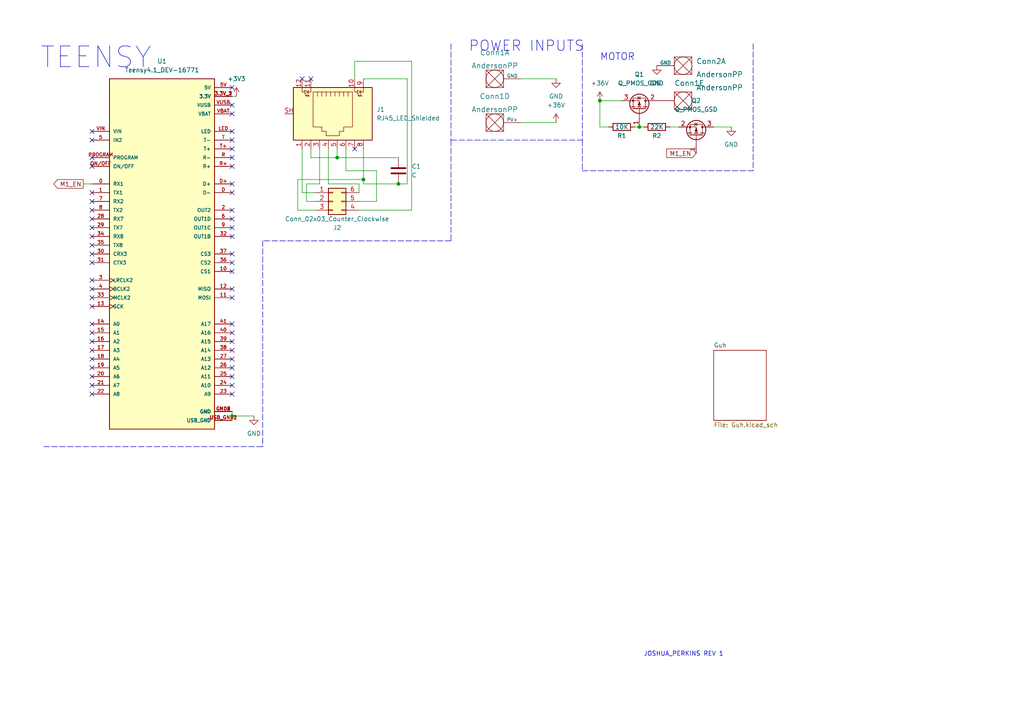
<source format=kicad_sch>
(kicad_sch (version 20211123) (generator eeschema)
  (paper "A4")
  (lib_symbols
    (symbol "Connector:RJ45_LED_Shielded" (pin_names (offset 1.016))
      (property "Reference" "J" (at -5.08 13.97 0))
      (property "Value" "RJ45_LED_Shielded" (at 1.27 13.97 0))
      (symbol "RJ45_LED_Shielded_0_1"
        (polyline (pts (xy -7.62 -7.62) (xy -6.35 -7.62)))
        (polyline (pts (xy -7.62 -5.08) (xy -6.35 -5.08)))
        (polyline (pts (xy -7.62 7.62) (xy -6.35 7.62)))
        (polyline (pts (xy -7.62 10.16) (xy -6.35 10.16)))
        (polyline (pts (xy -6.858 -5.842) (xy -5.842 -5.842)))
        (polyline (pts (xy -6.858 9.398) (xy -5.842 9.398)))
        (polyline (pts (xy -6.35 -7.62) (xy -6.35 -6.858)))
        (polyline (pts (xy -6.35 -5.08) (xy -6.35 -5.842)))
        (polyline (pts (xy -6.35 7.62) (xy -6.35 8.382)))
        (polyline (pts (xy -6.35 10.16) (xy -6.35 9.398)))
        (polyline (pts (xy -5.08 -6.223) (xy -5.207 -6.604)))
        (polyline (pts (xy -5.08 -5.588) (xy -5.207 -5.969)))
        (polyline (pts (xy -5.08 4.445) (xy -6.35 4.445)))
        (polyline (pts (xy -5.08 5.715) (xy -6.35 5.715)))
        (polyline (pts (xy -5.08 9.017) (xy -5.207 8.636)))
        (polyline (pts (xy -5.08 9.652) (xy -5.207 9.271)))
        (polyline (pts (xy -6.35 -3.175) (xy -5.08 -3.175) (xy -5.08 -3.175)))
        (polyline (pts (xy -6.35 -1.905) (xy -5.08 -1.905) (xy -5.08 -1.905)))
        (polyline (pts (xy -6.35 -0.635) (xy -5.08 -0.635) (xy -5.08 -0.635)))
        (polyline (pts (xy -6.35 0.635) (xy -5.08 0.635) (xy -5.08 0.635)))
        (polyline (pts (xy -6.35 1.905) (xy -5.08 1.905) (xy -5.08 1.905)))
        (polyline (pts (xy -5.588 -6.731) (xy -5.08 -6.223) (xy -5.461 -6.35)))
        (polyline (pts (xy -5.588 -6.096) (xy -5.08 -5.588) (xy -5.461 -5.715)))
        (polyline (pts (xy -5.588 8.509) (xy -5.08 9.017) (xy -5.461 8.89)))
        (polyline (pts (xy -5.588 9.144) (xy -5.08 9.652) (xy -5.461 9.525)))
        (polyline (pts (xy -5.08 3.175) (xy -6.35 3.175) (xy -6.35 3.175)))
        (polyline (pts (xy -6.35 -5.842) (xy -6.858 -6.858) (xy -5.842 -6.858) (xy -6.35 -5.842)))
        (polyline (pts (xy -6.35 9.398) (xy -6.858 8.382) (xy -5.842 8.382) (xy -6.35 9.398)))
        (polyline (pts (xy -6.35 -4.445) (xy -6.35 6.985) (xy 3.81 6.985) (xy 3.81 4.445) (xy 5.08 4.445) (xy 5.08 3.175) (xy 6.35 3.175) (xy 6.35 -0.635) (xy 5.08 -0.635) (xy 5.08 -1.905) (xy 3.81 -1.905) (xy 3.81 -4.445) (xy -6.35 -4.445) (xy -6.35 -4.445)))
        (rectangle (start 7.62 12.7) (end -7.62 -10.16) (stroke (width 0.254)) (fill (type background)))
      )
      (symbol "RJ45_LED_Shielded_1_1"
        (pin passive line (at 10.16 -7.62 180) (length 2.54) (name "~") (number "1"))
        (pin passive line (at -10.16 7.62 0) (length 2.54) (name "~") (number "10"))
        (pin passive line (at -10.16 -5.08 0) (length 2.54) (name "~") (number "11"))
        (pin passive line (at -10.16 -7.62 0) (length 2.54) (name "~") (number "12"))
        (pin passive line (at 10.16 -5.08 180) (length 2.54) (name "~") (number "2"))
        (pin passive line (at 10.16 -2.54 180) (length 2.54) (name "~") (number "3"))
        (pin passive line (at 10.16 0 180) (length 2.54) (name "~") (number "4"))
        (pin passive line (at 10.16 2.54 180) (length 2.54) (name "~") (number "5"))
        (pin passive line (at 10.16 5.08 180) (length 2.54) (name "~") (number "6"))
        (pin passive line (at 10.16 7.62 180) (length 2.54) (name "~") (number "7"))
        (pin passive line (at 10.16 10.16 180) (length 2.54) (name "~") (number "8"))
        (pin passive line (at -10.16 10.16 0) (length 2.54) (name "~") (number "9"))
        (pin passive line (at 0 -12.7 90) (length 2.54) (name "~") (number "SH"))
      )
    )
    (symbol "Connector_Generic:Conn_02x03_Counter_Clockwise" (pin_names (offset 1.016) hide)
      (property "Reference" "J" (at 1.27 5.08 0))
      (property "Value" "Conn_02x03_Counter_Clockwise" (at 1.27 -5.08 0))
      (symbol "Conn_02x03_Counter_Clockwise_1_1"
        (rectangle (start -1.27 -2.413) (end 0 -2.667) (stroke (width 0.1524)))
        (rectangle (start -1.27 0.127) (end 0 -0.127) (stroke (width 0.1524)))
        (rectangle (start -1.27 2.667) (end 0 2.413) (stroke (width 0.1524)))
        (rectangle (start -1.27 3.81) (end 3.81 -3.81) (stroke (width 0.254)) (fill (type background)))
        (rectangle (start 3.81 -2.413) (end 2.54 -2.667) (stroke (width 0.1524)))
        (rectangle (start 3.81 0.127) (end 2.54 -0.127) (stroke (width 0.1524)))
        (rectangle (start 3.81 2.667) (end 2.54 2.413) (stroke (width 0.1524)))
        (pin passive line (at -5.08 2.54 0) (length 3.81) (name "Pin_1") (number "1"))
        (pin passive line (at -5.08 0 0) (length 3.81) (name "Pin_2") (number "2"))
        (pin passive line (at -5.08 -2.54 0) (length 3.81) (name "Pin_3") (number "3"))
        (pin passive line (at 7.62 -2.54 180) (length 3.81) (name "Pin_4") (number "4"))
        (pin passive line (at 7.62 0 180) (length 3.81) (name "Pin_5") (number "5"))
        (pin passive line (at 7.62 2.54 180) (length 3.81) (name "Pin_6") (number "6"))
      )
    )
    (symbol "Device:C" (pin_numbers hide) (pin_names (offset 0.254))
      (property "Reference" "C" (at 0.635 2.54 0))
      (property "Value" "C" (at 0.635 -2.54 0))
      (symbol "C_0_1"
        (polyline (pts (xy -2.032 -0.762) (xy 2.032 -0.762)) (stroke (width 0.508)))
        (polyline (pts (xy -2.032 0.762) (xy 2.032 0.762)) (stroke (width 0.508)))
      )
      (symbol "C_1_1"
        (pin passive line (at 0 3.81 270) (length 2.794) (name "~") (number "1"))
        (pin passive line (at 0 -3.81 90) (length 2.794) (name "~") (number "2"))
      )
    )
    (symbol "Device:Q_PMOS_GDS" (pin_names (offset 0) hide)
      (property "Reference" "Q" (at 5.08 1.27 0))
      (property "Value" "Q_PMOS_GDS" (at 5.08 -1.27 0))
      (symbol "Q_PMOS_GDS_0_1"
        (polyline (pts (xy 0.254 0) (xy -2.54 0)))
        (polyline (pts (xy 0.254 1.905) (xy 0.254 -1.905)) (stroke (width 0.254)))
        (polyline (pts (xy 0.762 -1.27) (xy 0.762 -2.286)) (stroke (width 0.254)))
        (polyline (pts (xy 0.762 0.508) (xy 0.762 -0.508)) (stroke (width 0.254)))
        (polyline (pts (xy 0.762 2.286) (xy 0.762 1.27)) (stroke (width 0.254)))
        (polyline (pts (xy 2.54 2.54) (xy 2.54 1.778)))
        (polyline (pts (xy 2.54 -2.54) (xy 2.54 0) (xy 0.762 0)))
        (polyline (pts (xy 0.762 1.778) (xy 3.302 1.778) (xy 3.302 -1.778) (xy 0.762 -1.778)))
        (polyline (pts (xy 2.286 0) (xy 1.27 0.381) (xy 1.27 -0.381) (xy 2.286 0)) (fill (type outline)))
        (polyline (pts (xy 2.794 -0.508) (xy 2.921 -0.381) (xy 3.683 -0.381) (xy 3.81 -0.254)))
        (polyline (pts (xy 3.302 -0.381) (xy 2.921 0.254) (xy 3.683 0.254) (xy 3.302 -0.381)))
        (circle (center 1.651 0) (radius 2.794) (stroke (width 0.254)))
        (circle (center 2.54 -1.778) (radius 0.254) (fill (type outline)))
        (circle (center 2.54 1.778) (radius 0.254) (fill (type outline)))
      )
      (symbol "Q_PMOS_GDS_1_1"
        (pin input line (at -5.08 0 0) (length 2.54) (name "G") (number "1"))
        (pin passive line (at 2.54 5.08 270) (length 2.54) (name "D") (number "2"))
        (pin passive line (at 2.54 -5.08 90) (length 2.54) (name "S") (number "3"))
      )
    )
    (symbol "Device:Q_PMOS_GSD" (pin_names (offset 0) hide)
      (property "Reference" "Q" (at 5.08 1.27 0))
      (property "Value" "Q_PMOS_GSD" (at 5.08 -1.27 0))
      (symbol "Q_PMOS_GSD_0_1"
        (polyline (pts (xy 0.254 0) (xy -2.54 0)))
        (polyline (pts (xy 0.254 1.905) (xy 0.254 -1.905)) (stroke (width 0.254)))
        (polyline (pts (xy 0.762 -1.27) (xy 0.762 -2.286)) (stroke (width 0.254)))
        (polyline (pts (xy 0.762 0.508) (xy 0.762 -0.508)) (stroke (width 0.254)))
        (polyline (pts (xy 0.762 2.286) (xy 0.762 1.27)) (stroke (width 0.254)))
        (polyline (pts (xy 2.54 2.54) (xy 2.54 1.778)))
        (polyline (pts (xy 2.54 -2.54) (xy 2.54 0) (xy 0.762 0)))
        (polyline (pts (xy 0.762 1.778) (xy 3.302 1.778) (xy 3.302 -1.778) (xy 0.762 -1.778)))
        (polyline (pts (xy 2.286 0) (xy 1.27 0.381) (xy 1.27 -0.381) (xy 2.286 0)) (fill (type outline)))
        (polyline (pts (xy 2.794 -0.508) (xy 2.921 -0.381) (xy 3.683 -0.381) (xy 3.81 -0.254)))
        (polyline (pts (xy 3.302 -0.381) (xy 2.921 0.254) (xy 3.683 0.254) (xy 3.302 -0.381)))
        (circle (center 1.651 0) (radius 2.794) (stroke (width 0.254)))
        (circle (center 2.54 -1.778) (radius 0.254) (fill (type outline)))
        (circle (center 2.54 1.778) (radius 0.254) (fill (type outline)))
      )
      (symbol "Q_PMOS_GSD_1_1"
        (pin input line (at -5.08 0 0) (length 2.54) (name "G") (number "1"))
        (pin passive line (at 2.54 -5.08 90) (length 2.54) (name "S") (number "2"))
        (pin passive line (at 2.54 5.08 270) (length 2.54) (name "D") (number "3"))
      )
    )
    (symbol "Device:R" (pin_numbers hide) (pin_names (offset 0))
      (property "Reference" "R" (at 2.032 0 90))
      (property "Value" "R" (at 0 0 90))
      (symbol "R_0_1"
        (rectangle (start -1.016 -2.54) (end 1.016 2.54) (stroke (width 0.254)))
      )
      (symbol "R_1_1"
        (pin passive line (at 0 3.81 270) (length 1.27) (name "~") (number "1"))
        (pin passive line (at 0 -3.81 90) (length 1.27) (name "~") (number "2"))
      )
    )
    (symbol "MRDT_Connectors:AndersonPP" (pin_numbers hide) (pin_names (offset 0))
      (property "Reference" "Conn" (at 3.81 -1.27 0))
      (property "Value" "AndersonPP" (at 2.54 6.35 0))
      (symbol "AndersonPP_0_1"
        (polyline (pts (xy 0 5.08) (xy 5.08 0)))
        (polyline (pts (xy 5.08 5.08) (xy 0 0)))
        (rectangle (start 0 0) (end 5.08 5.08))
        (circle (center 2.54 2.54) (radius 2.54))
      )
      (symbol "AndersonPP_1_1"
        (pin input line (at 10.16 2.54 180) (length 5.08) (name "GND") (number "1"))
      )
      (symbol "AndersonPP_2_1"
        (pin input line (at 10.16 2.54 180) (length 5.08) (name "V+Log") (number "2"))
      )
      (symbol "AndersonPP_3_1"
        (pin input line (at 10.16 2.54 180) (length 5.08) (name "V+Act") (number "3"))
      )
      (symbol "AndersonPP_4_1"
        (pin input line (at 10.16 2.54 180) (length 5.08) (name "PV+") (number "4"))
      )
      (symbol "AndersonPP_5_1"
        (pin input line (at 10.16 2.54 180) (length 5.08) (name "~") (number "1"))
      )
    )
    (symbol "MRDT_Shields:Teensy4.1_DEV-16771" (pin_names (offset 1.016))
      (property "Reference" "U" (at -15.24 52.07 0))
      (property "Value" "Teensy4.1_DEV-16771" (at -15.24 -53.34 0))
      (symbol "Teensy4.1_DEV-16771_0_0"
        (rectangle (start -15.24 -50.8) (end 15.24 50.8) (stroke (width 0.254)) (fill (type background)))
        (pin bidirectional line (at -20.32 20.32 0) (length 5.08) (name "RX1") (number "0"))
        (pin bidirectional line (at -20.32 17.78 0) (length 5.08) (name "TX1") (number "1"))
        (pin bidirectional line (at 20.32 -5.08 180) (length 5.08) (name "CS1") (number "10"))
        (pin bidirectional line (at 20.32 -12.7 180) (length 5.08) (name "MOSI") (number "11"))
        (pin bidirectional line (at 20.32 -10.16 180) (length 5.08) (name "MISO") (number "12"))
        (pin bidirectional clock (at -20.32 -15.24 0) (length 5.08) (name "SCK") (number "13"))
        (pin bidirectional line (at -20.32 -20.32 0) (length 5.08) (name "A0") (number "14"))
        (pin bidirectional line (at -20.32 -22.86 0) (length 5.08) (name "A1") (number "15"))
        (pin bidirectional line (at -20.32 -25.4 0) (length 5.08) (name "A2") (number "16"))
        (pin bidirectional line (at -20.32 -27.94 0) (length 5.08) (name "A3") (number "17"))
        (pin bidirectional line (at -20.32 -30.48 0) (length 5.08) (name "A4") (number "18"))
        (pin bidirectional line (at -20.32 -33.02 0) (length 5.08) (name "A5") (number "19"))
        (pin output line (at 20.32 12.7 180) (length 5.08) (name "OUT2") (number "2"))
        (pin bidirectional line (at -20.32 -35.56 0) (length 5.08) (name "A6") (number "20"))
        (pin bidirectional line (at -20.32 -38.1 0) (length 5.08) (name "A7") (number "21"))
        (pin bidirectional line (at -20.32 -40.64 0) (length 5.08) (name "A8") (number "22"))
        (pin bidirectional line (at 20.32 -40.64 180) (length 5.08) (name "A9") (number "23"))
        (pin bidirectional line (at 20.32 -38.1 180) (length 5.08) (name "A10") (number "24"))
        (pin bidirectional line (at 20.32 -35.56 180) (length 5.08) (name "A11") (number "25"))
        (pin bidirectional line (at 20.32 -33.02 180) (length 5.08) (name "A12") (number "26"))
        (pin bidirectional line (at 20.32 -30.48 180) (length 5.08) (name "A13") (number "27"))
        (pin bidirectional line (at -20.32 10.16 0) (length 5.08) (name "RX7") (number "28"))
        (pin bidirectional line (at -20.32 7.62 0) (length 5.08) (name "TX7") (number "29"))
        (pin bidirectional clock (at -20.32 -7.62 0) (length 5.08) (name "LRCLK2") (number "3"))
        (pin power_in line (at 20.32 45.72 180) (length 5.08) (name "3.3V") (number "3.3V_1"))
        (pin power_in line (at 20.32 45.72 180) (length 5.08) (name "3.3V") (number "3.3V_2"))
        (pin power_in line (at 20.32 45.72 180) (length 5.08) (name "3.3V") (number "3.3V_3"))
        (pin bidirectional line (at -20.32 0 0) (length 5.08) (name "CRX3") (number "30"))
        (pin bidirectional line (at -20.32 -2.54 0) (length 5.08) (name "CTX3") (number "31"))
        (pin output line (at 20.32 5.08 180) (length 5.08) (name "OUT1B") (number "32"))
        (pin bidirectional clock (at -20.32 -12.7 0) (length 5.08) (name "MCLK2") (number "33"))
        (pin bidirectional line (at -20.32 5.08 0) (length 5.08) (name "RX8") (number "34"))
        (pin bidirectional line (at -20.32 2.54 0) (length 5.08) (name "TX8") (number "35"))
        (pin bidirectional line (at 20.32 -2.54 180) (length 5.08) (name "CS2") (number "36"))
        (pin bidirectional line (at 20.32 0 180) (length 5.08) (name "CS3") (number "37"))
        (pin bidirectional line (at 20.32 -27.94 180) (length 5.08) (name "A14") (number "38"))
        (pin bidirectional line (at 20.32 -25.4 180) (length 5.08) (name "A15") (number "39"))
        (pin bidirectional clock (at -20.32 -10.16 0) (length 5.08) (name "BCLK2") (number "4"))
        (pin bidirectional line (at 20.32 -22.86 180) (length 5.08) (name "A16") (number "40"))
        (pin bidirectional line (at 20.32 -20.32 180) (length 5.08) (name "A17") (number "41"))
        (pin bidirectional line (at -20.32 33.02 0) (length 5.08) (name "IN2") (number "5"))
        (pin power_in line (at 20.32 48.26 180) (length 5.08) (name "5V") (number "5V"))
        (pin output line (at 20.32 10.16 180) (length 5.08) (name "OUT1D") (number "6"))
        (pin bidirectional line (at -20.32 15.24 0) (length 5.08) (name "RX2") (number "7"))
        (pin bidirectional line (at -20.32 12.7 0) (length 5.08) (name "TX2") (number "8"))
        (pin output line (at 20.32 7.62 180) (length 5.08) (name "OUT1C") (number "9"))
        (pin bidirectional line (at 20.32 17.78 180) (length 5.08) (name "D-") (number "D"))
        (pin bidirectional line (at 20.32 20.32 180) (length 5.08) (name "D+") (number "D+"))
        (pin power_in line (at 20.32 -45.72 180) (length 5.08) (name "GND") (number "GND1"))
        (pin power_in line (at 20.32 -45.72 180) (length 5.08) (name "GND") (number "GND2"))
        (pin power_in line (at 20.32 -45.72 180) (length 5.08) (name "GND") (number "GND3"))
        (pin power_in line (at 20.32 -45.72 180) (length 5.08) (name "GND") (number "GND4"))
        (pin power_in line (at 20.32 -45.72 180) (length 5.08) (name "GND") (number "GND5"))
        (pin bidirectional line (at 20.32 35.56 180) (length 5.08) (name "LED") (number "LED"))
        (pin bidirectional line (at -20.32 25.4 0) (length 5.08) (name "ON/OFF") (number "ON/OFF"))
        (pin bidirectional line (at -20.32 27.94 0) (length 5.08) (name "PROGRAM") (number "PROGRAM"))
        (pin bidirectional line (at 20.32 27.94 180) (length 5.08) (name "R-") (number "R"))
        (pin bidirectional line (at 20.32 25.4 180) (length 5.08) (name "R+") (number "R+"))
        (pin bidirectional line (at 20.32 33.02 180) (length 5.08) (name "T-") (number "T"))
        (pin bidirectional line (at 20.32 30.48 180) (length 5.08) (name "T+") (number "T+"))
        (pin power_in line (at 20.32 -48.26 180) (length 5.08) (name "USB_GND") (number "USB_GND1"))
        (pin power_in line (at 20.32 -48.26 180) (length 5.08) (name "USB_GND") (number "USB_GND2"))
        (pin passive line (at 20.32 40.64 180) (length 5.08) (name "VBAT") (number "VBAT"))
        (pin input line (at -20.32 35.56 0) (length 5.08) (name "VIN") (number "VIN"))
        (pin passive line (at 20.32 43.18 180) (length 5.08) (name "VUSB") (number "VUSB"))
      )
    )
    (symbol "power:+36V" (power) (pin_names (offset 0))
      (property "Value" "+36V" (at 0 3.556 0))
      (symbol "+36V_0_1"
        (polyline (pts (xy -0.762 1.27) (xy 0 2.54)))
        (polyline (pts (xy 0 0) (xy 0 2.54)))
        (polyline (pts (xy 0 2.54) (xy 0.762 1.27)))
      )
      (symbol "+36V_1_1"
        (pin power_in line (at 0 0 90) (length 0) hide (name "+36V") (number "1"))
      )
    )
    (symbol "power:+3V3" (power) (pin_names (offset 0))
      (property "Value" "+3V3" (at 0 3.556 0))
      (symbol "+3V3_0_1"
        (polyline (pts (xy -0.762 1.27) (xy 0 2.54)))
        (polyline (pts (xy 0 0) (xy 0 2.54)))
        (polyline (pts (xy 0 2.54) (xy 0.762 1.27)))
      )
      (symbol "+3V3_1_1"
        (pin power_in line (at 0 0 90) (length 0) hide (name "+3V3") (number "1"))
      )
    )
    (symbol "power:GND" (power) (pin_names (offset 0))
      (property "Value" "GND" (at 0 -3.81 0))
      (symbol "GND_0_1"
        (polyline (pts (xy 0 0) (xy 0 -1.27) (xy 1.27 -1.27) (xy 0 -2.54) (xy -1.27 -1.27) (xy 0 -1.27)))
      )
      (symbol "GND_1_1"
        (pin power_in line (at 0 0 270) (length 0) hide (name "GND") (number "1"))
      )
    )
  )
  (junction (at 115.57 53.34))
  (junction (at 173.99 29.21))
  (junction (at 67.31 120.65))
  (junction (at 97.79 45.72))
  (junction (at 185.42 36.83))
  (junction (at 105.41 52.07))
  (no_connect (at 102.87 43.18))
  (no_connect (at 26.67 68.58))
  (no_connect (at 67.31 43.18))
  (no_connect (at 26.67 111.76))
  (no_connect (at 26.67 81.28))
  (no_connect (at 26.67 83.82))
  (no_connect (at 67.31 76.2))
  (no_connect (at 26.67 109.22))
  (no_connect (at 67.31 109.22))
  (no_connect (at 67.31 106.68))
  (no_connect (at 67.31 104.14))
  (no_connect (at 67.31 60.96))
  (no_connect (at 26.67 45.72))
  (no_connect (at 67.31 93.98))
  (no_connect (at 26.67 99.06))
  (no_connect (at 26.67 104.14))
  (no_connect (at 67.31 38.1))
  (no_connect (at 67.31 63.5))
  (no_connect (at 26.67 86.36))
  (no_connect (at 67.31 78.74))
  (no_connect (at 67.31 86.36))
  (no_connect (at 26.67 76.2))
  (no_connect (at 26.67 101.6))
  (no_connect (at 67.31 30.48))
  (no_connect (at 26.67 73.66))
  (no_connect (at 26.67 66.04))
  (no_connect (at 67.31 73.66))
  (no_connect (at 67.31 45.72))
  (no_connect (at 67.31 25.4))
  (no_connect (at 87.63 22.86))
  (no_connect (at 26.67 114.3))
  (no_connect (at 67.31 101.6))
  (no_connect (at 67.31 33.02))
  (no_connect (at 26.67 55.88))
  (no_connect (at 67.31 66.04))
  (no_connect (at 67.31 48.26))
  (no_connect (at 26.67 93.98))
  (no_connect (at 67.31 40.64))
  (no_connect (at 26.67 96.52))
  (no_connect (at 67.31 111.76))
  (no_connect (at 26.67 48.26))
  (no_connect (at 67.31 53.34))
  (no_connect (at 67.31 83.82))
  (no_connect (at 90.17 22.86))
  (no_connect (at 26.67 38.1))
  (no_connect (at 67.31 96.52))
  (no_connect (at 67.31 99.06))
  (no_connect (at 26.67 63.5))
  (no_connect (at 26.67 40.64))
  (no_connect (at 67.31 114.3))
  (no_connect (at 26.67 88.9))
  (no_connect (at 67.31 68.58))
  (no_connect (at 26.67 106.68))
  (no_connect (at 67.31 55.88))
  (no_connect (at 26.67 58.42))
  (no_connect (at 26.67 60.96))
  (no_connect (at 26.67 71.12))
  (wire (pts (xy 185.42 36.83) (xy 186.69 36.83)))
  (polyline (pts (xy 168.91 12.7) (xy 168.91 40.64)))
  (wire (pts (xy 67.31 27.94) (xy 68.58 27.94)))
  (wire (pts (xy 105.41 53.34) (xy 105.41 52.07)))
  (wire (pts (xy 73.66 120.65) (xy 67.31 120.65)))
  (wire (pts (xy 118.11 22.86) (xy 118.11 53.34)))
  (polyline (pts (xy 76.2 69.85) (xy 76.2 129.54)))
  (wire (pts (xy 118.11 53.34) (xy 115.57 53.34)))
  (wire (pts (xy 102.87 17.78) (xy 102.87 22.86)))
  (polyline (pts (xy 130.81 69.85) (xy 76.2 69.85)))
  (wire (pts (xy 92.71 43.18) (xy 92.71 53.34)))
  (polyline (pts (xy 130.81 40.64) (xy 168.91 40.64)))
  (wire (pts (xy 173.99 29.21) (xy 180.34 29.21)))
  (wire (pts (xy 86.36 52.07) (xy 105.41 52.07)))
  (wire (pts (xy 86.36 60.96) (xy 86.36 52.07)))
  (wire (pts (xy 104.14 60.96) (xy 119.38 60.96)))
  (wire (pts (xy 173.99 29.21) (xy 173.99 36.83)))
  (wire (pts (xy 151.13 35.56) (xy 161.29 35.56)))
  (wire (pts (xy 92.71 53.34) (xy 88.9 53.34)))
  (wire (pts (xy 119.38 17.78) (xy 102.87 17.78)))
  (polyline (pts (xy 130.81 12.7) (xy 130.81 40.64)))
  (wire (pts (xy 100.33 49.53) (xy 100.33 43.18)))
  (wire (pts (xy 87.63 55.88) (xy 91.44 55.88)))
  (wire (pts (xy 90.17 45.72) (xy 97.79 45.72)))
  (wire (pts (xy 151.13 22.86) (xy 161.29 22.86)))
  (polyline (pts (xy 218.44 12.7) (xy 218.44 49.53)))
  (wire (pts (xy 105.41 52.07) (xy 105.41 43.18)))
  (wire (pts (xy 115.57 53.34) (xy 105.41 53.34)))
  (wire (pts (xy 95.25 53.34) (xy 95.25 43.18)))
  (wire (pts (xy 90.17 43.18) (xy 90.17 45.72)))
  (wire (pts (xy 207.01 36.83) (xy 212.09 36.83)))
  (wire (pts (xy 24.13 53.34) (xy 26.67 53.34)))
  (polyline (pts (xy 168.91 49.53) (xy 218.44 49.53)))
  (wire (pts (xy 105.41 22.86) (xy 118.11 22.86)))
  (wire (pts (xy 91.44 60.96) (xy 86.36 60.96)))
  (wire (pts (xy 88.9 53.34) (xy 88.9 58.42)))
  (wire (pts (xy 87.63 43.18) (xy 87.63 55.88)))
  (wire (pts (xy 97.79 45.72) (xy 97.79 43.18)))
  (polyline (pts (xy 12.7 129.54) (xy 76.2 129.54)))
  (wire (pts (xy 88.9 58.42) (xy 91.44 58.42)))
  (polyline (pts (xy 168.91 40.64) (xy 168.91 49.53)))
  (wire (pts (xy 109.22 49.53) (xy 100.33 49.53)))
  (wire (pts (xy 184.15 36.83) (xy 185.42 36.83)))
  (wire (pts (xy 194.31 36.83) (xy 196.85 36.83)))
  (wire (pts (xy 104.14 53.34) (xy 95.25 53.34)))
  (wire (pts (xy 67.31 120.65) (xy 67.31 121.92)))
  (wire (pts (xy 67.31 120.65) (xy 67.31 119.38)))
  (polyline (pts (xy 130.81 40.64) (xy 130.81 69.85)))
  (wire (pts (xy 97.79 45.72) (xy 115.57 45.72)))
  (wire (pts (xy 119.38 60.96) (xy 119.38 17.78)))
  (wire (pts (xy 104.14 58.42) (xy 109.22 58.42)))
  (wire (pts (xy 173.99 36.83) (xy 176.53 36.83)))
  (wire (pts (xy 109.22 58.42) (xy 109.22 49.53)))
  (wire (pts (xy 104.14 55.88) (xy 104.14 53.34)))
  (text "TEENSY\n" (at 11.43 20.32 0) (effects (font (size 6 6)) (justify left bottom)))
  (text "MOTOR" (at 173.99 17.78 0) (effects (font (size 2 2)) (justify left bottom)))
  (text "POWER INPUTS" (at 135.89 15.24 0) (effects (font (size 3 3)) (justify left bottom)))
  (text "JOSHUA_PERKINS REV 1" (at 186.69 190.5 0) (effects (font (size 1.27 1.27)) (justify left bottom)))
  (global_label "M1_EN" (shape output) (at 24.13 53.34 180) (property "Intersheet References" "${INTERSHEET_REFS}" (effects hide)))
  (global_label "M1_EN" (shape input) (at 201.93 44.45 180) (property "Intersheet References" "${INTERSHEET_REFS}" (effects hide)))
  (symbol (lib_id "Connector_Generic:Conn_02x03_Counter_Clockwise") (at 96.52 58.42 0) (unit 1)
    (property "Reference" "J2" (at 97.79 66.04 0))
    (property "Value" "Conn_02x03_Counter_Clockwise" (at 97.79 63.5 0))
  )
  (symbol (lib_id "MRDT_Connectors:AndersonPP") (at 200.66 26.67 180) (unit 5)
    (property "Reference" "Conn1" (at 195.58 24.13 0) (effects (font (size 1.524 1.524)) (justify right)))
    (property "Value" "AndersonPP" (at 201.93 25.4 0) (effects (font (size 1.524 1.524)) (justify right)))
  )
  (symbol (lib_id "Device:R") (at 190.5 36.83 90) (unit 1)
    (property "Reference" "R2" (at 190.5 39.37 90))
    (property "Value" "22K" (at 190.5 36.83 90))
  )
  (symbol (lib_id "power:+36V") (at 161.29 35.56 0) (unit 1)
    (property "Reference" "#PWR0104" (effects hide))
    (property "Value" "+36V" (at 161.29 30.48 0))
  )
  (symbol (lib_id "MRDT_Connectors:AndersonPP") (at 140.97 38.1 0) (unit 4)
    (property "Reference" "Conn1" (at 143.51 27.94 0) (effects (font (size 1.524 1.524))))
    (property "Value" "AndersonPP" (at 143.51 31.75 0) (effects (font (size 1.524 1.524))))
  )
  (symbol (lib_id "power:GND") (at 190.5 19.05 0) (unit 1)
    (property "Reference" "#PWR0102" (effects hide))
    (property "Value" "GND" (at 190.5 24.13 0))
  )
  (symbol (lib_id "Device:Q_PMOS_GDS") (at 185.42 31.75 270) (mirror x) (unit 1)
    (property "Reference" "Q1" (at 185.42 21.59 90))
    (property "Value" "Q_PMOS_GDS" (at 185.42 24.13 90))
  )
  (symbol (lib_id "MRDT_Connectors:AndersonPP") (at 200.66 16.51 180) (unit 1)
    (property "Reference" "Conn2" (at 201.93 17.78 0) (effects (font (size 1.524 1.524)) (justify right)))
    (property "Value" "AndersonPP" (at 201.93 21.59 0) (effects (font (size 1.524 1.524)) (justify right)))
  )
  (symbol (lib_id "Device:R") (at 180.34 36.83 90) (unit 1)
    (property "Reference" "R1" (at 180.34 39.37 90))
    (property "Value" "10K" (at 180.34 36.83 90))
  )
  (symbol (lib_id "Device:C") (at 115.57 49.53 0) (unit 1)
    (property "Reference" "C1" (at 119.38 48.2599 0) (effects (justify left)))
    (property "Value" "C" (at 119.38 50.7999 0) (effects (justify left)))
  )
  (symbol (lib_id "power:GND") (at 212.09 36.83 0) (unit 1)
    (property "Reference" "#PWR0103" (effects hide))
    (property "Value" "GND" (at 212.09 41.91 0))
  )
  (symbol (lib_id "Device:Q_PMOS_GSD") (at 201.93 39.37 270) (mirror x) (unit 1)
    (property "Reference" "Q2" (at 201.93 29.21 90))
    (property "Value" "Q_PMOS_GSD" (at 201.93 31.75 90))
  )
  (symbol (lib_id "power:GND") (at 73.66 120.65 0) (unit 1)
    (property "Reference" "#PWR0107" (effects hide))
    (property "Value" "GND" (at 73.66 125.73 0))
  )
  (symbol (lib_id "Connector:RJ45_LED_Shielded") (at 95.25 33.02 270) (unit 1)
    (property "Reference" "J1" (at 109.22 31.7499 90) (effects (justify left)))
    (property "Value" "RJ45_LED_Shielded" (at 109.22 34.2899 90) (effects (justify left)))
  )
  (symbol (lib_id "MRDT_Shields:Teensy4.1_DEV-16771") (at 46.99 73.66 0) (unit 1)
    (property "Reference" "U1" (at 46.99 17.78 0))
    (property "Value" "Teensy4.1_DEV-16771" (at 46.99 20.32 0))
    (property "Footprint" "MODULE_DEV-16771" (effects hide))
    (property "STANDARD" "Manufacturer recommendations" (effects hide))
    (property "MAXIMUM_PACKAGE_HEIGHT" "4.07mm" (effects hide))
    (property "MANUFACTURER" "SparkFun Electronics" (effects hide))
    (property "PARTREV" "4.1" (effects hide))
  )
  (symbol (lib_id "power:+36V") (at 173.99 29.21 0) (unit 1)
    (property "Reference" "#PWR0101" (effects hide))
    (property "Value" "+36V" (at 173.99 24.13 0))
  )
  (symbol (lib_id "power:GND") (at 161.29 22.86 0) (unit 1)
    (property "Reference" "#PWR0105" (effects hide))
    (property "Value" "GND" (at 161.29 27.94 0))
  )
  (symbol (lib_id "MRDT_Connectors:AndersonPP") (at 140.97 25.4 0) (unit 1)
    (property "Reference" "Conn1" (at 143.51 15.24 0) (effects (font (size 1.524 1.524))))
    (property "Value" "AndersonPP" (at 143.51 19.05 0) (effects (font (size 1.524 1.524))))
  )
  (symbol (lib_id "power:+3V3") (at 68.58 27.94 0) (unit 1)
    (property "Reference" "#PWR0106" (effects hide))
    (property "Value" "+3V3" (at 68.58 22.86 0))
  )
  (sheet (at 207.01 101.6) (size 15.24 20.32) (stroke (width 0.1524))
    (property "Sheet name" "Guh" (at 207.01 100.8884 0) (effects (justify left bottom)))
    (property "Sheet file" "Guh.kicad_sch" (at 207.01 122.5046 0) (effects (justify left top)))
  )
)
</source>
